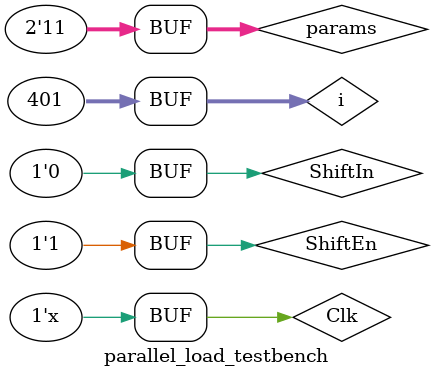
<source format=v>
`timescale 1ns / 1ps


module parallel_load_testbench(

    );
    reg Clk, ShiftIn, ShiftEn;
    wire [3:0] ParallelOut;
    wire ShiftOut;
    integer i;
    reg [1:0] params;
    
    parallel_out_shift_register DUT (.ShiftIn(ShiftIn), .Clk(Clk), .ParallelOut(ParallelOut), .ShiftOut(ShiftOut), .ShiftEn(ShiftEn));
    
    initial 
    begin
        for (i = 0; i < 401; i = i + 1)
        begin
            if (i == 0)
                begin
                Clk <= 0;
                params <= i;
                ShiftIn = 1;
                ShiftEn = 0;
                end
             else if (i % 10 == 0)
                begin
                #1 Clk <= !Clk;
                end
             else
                #1 params = i;
            if (i == 40)
                ShiftEn = 1;
            if (i == 80)
                ShiftEn = 0;
            if (i ==120)
                ShiftEn = 1;
            if (i == 160)
                ShiftEn = 0;
            if (i == 240)
                ShiftEn = 1;
            if (i == 280)
                ShiftEn = 0;
            if ( i == 320)
                ShiftEn = 1;
            if (i == 260)
                ShiftEn = 0;
            if (i == 200)
                ShiftIn = 0;
                end
               end
               
endmodule

</source>
